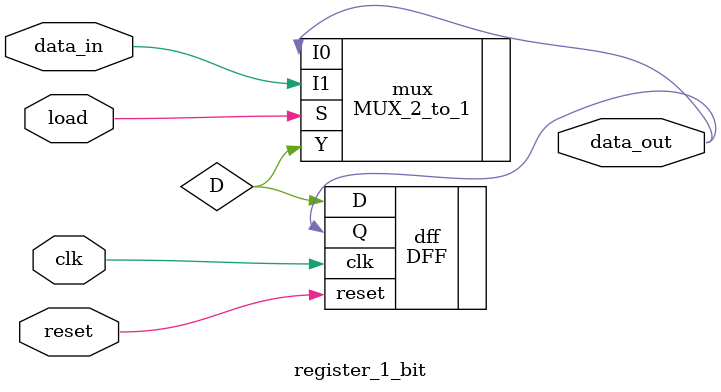
<source format=v>
`timescale 1ns / 1ps

/*----------------------------------------------------------
* 1-bit parallel in parallel out register
* Asynchronous reset
* If (load = 1) => data_out = data_in
    else latch
-----------------------------------------------------------*/

module register_1_bit(data_in, clk, reset, load, data_out);

	input data_in, clk, reset, load;
	
	output data_out;
	
	wire D;
	
	MUX_2_to_1 mux(
	.I0(data_out),
	.I1(data_in),
	.S(load),
	.Y(D)
	);
	
	DFF dff (
	.D(D),
	.clk(clk),
	.reset(reset),
	.Q(data_out)
	);

endmodule

</source>
